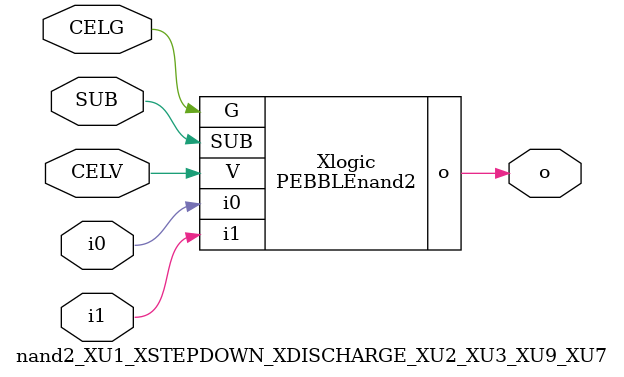
<source format=v>



module PEBBLEnand2 ( o, G, SUB, V, i0, i1 );

  input i0;
  input V;
  input i1;
  input G;
  output o;
  input SUB;
endmodule

//Celera Confidential Do Not Copy nand2_XU1_XSTEPDOWN_XDISCHARGE_XU2_XU3_XU9_XU7
//Celera Confidential Symbol Generator
//5V NAND2
module nand2_XU1_XSTEPDOWN_XDISCHARGE_XU2_XU3_XU9_XU7 (CELV,CELG,i0,i1,o,SUB);
input CELV;
input CELG;
input i0;
input i1;
input SUB;
output o;

//Celera Confidential Do Not Copy nand2
PEBBLEnand2 Xlogic(
.V (CELV),
.i0 (i0),
.i1 (i1),
.o (o),
.SUB (SUB),
.G (CELG)
);
//,diesize,PEBBLEnand2

//Celera Confidential Do Not Copy Module End
//Celera Schematic Generator
endmodule

</source>
